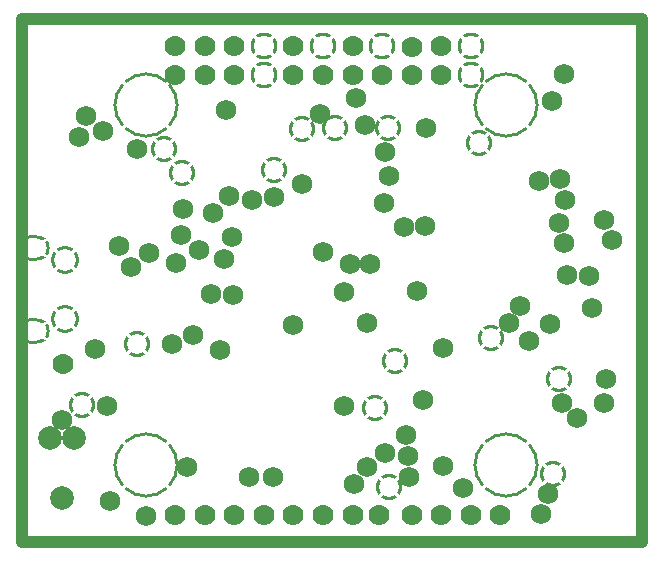
<source format=gbr>
%TF.GenerationSoftware,Altium Limited,Altium Designer,23.4.1 (23)*%
G04 Layer_Physical_Order=2*
G04 Layer_Color=32768*
%FSLAX45Y45*%
%MOMM*%
%TF.SameCoordinates,9E7A2767-CAA3-433B-99DA-4D56C25BF89A*%
%TF.FilePolarity,Negative*%
%TF.FileFunction,Copper,L2,Inr,Plane*%
%TF.Part,Single*%
G01*
G75*
%TA.AperFunction,NonConductor*%
%ADD59C,1.01600*%
%TA.AperFunction,ComponentPad*%
G04:AMPARAMS|DCode=60|XSize=2.374mm|YSize=2.374mm|CornerRadius=0mm|HoleSize=0mm|Usage=FLASHONLY|Rotation=0.000|XOffset=0mm|YOffset=0mm|HoleType=Round|Shape=Relief|Width=0.254mm|Gap=0.254mm|Entries=4|*
%AMTHD60*
7,0,0,2.37400,1.86600,0.25400,45*
%
%ADD60THD60*%
%AMTHOVALD61*
21,1,0.70000,2.12400,0,0,0.0*
1,1,2.12400,-0.35000,0.00000*
1,1,2.12400,0.35000,0.00000*
21,0,0.70000,1.61600,0,0,0.0*
1,0,1.61600,-0.35000,0.00000*
1,0,1.61600,0.35000,0.00000*
4,0,4,-0.26020,-0.08980,-1.01114,-0.84075,-1.19075,-0.66114,-0.43980,0.08980,-0.26020,-0.08980,0.0*
4,0,4,0.43980,-0.08980,1.19075,0.66114,1.01114,0.84075,0.26020,0.08980,0.43980,-0.08980,0.0*
4,0,4,-0.43980,-0.08980,-1.19075,0.66114,-1.01114,0.84075,-0.26020,0.08980,-0.43980,-0.08980,0.0*
4,0,4,0.26020,-0.08980,1.01114,-0.84075,1.19075,-0.66114,0.43980,0.08980,0.26020,-0.08980,0.0*
%
%ADD61THOVALD61*%

%TA.AperFunction,ViaPad*%
%ADD62C,2.00701*%
%TA.AperFunction,ComponentPad*%
%ADD63C,1.76600*%
%TA.AperFunction,ViaPad*%
G04:AMPARAMS|DCode=64|XSize=5.524mm|YSize=5.524mm|CornerRadius=0mm|HoleSize=0mm|Usage=FLASHONLY|Rotation=0.000|XOffset=0mm|YOffset=0mm|HoleType=Round|Shape=Relief|Width=0.254mm|Gap=0.254mm|Entries=4|*
%AMTHD64*
7,0,0,5.52400,5.01600,0.25400,45*
%
%ADD64THD64*%
G04:AMPARAMS|DCode=65|XSize=2.286mm|YSize=2.286mm|CornerRadius=0mm|HoleSize=0mm|Usage=FLASHONLY|Rotation=0.000|XOffset=0mm|YOffset=0mm|HoleType=Round|Shape=Relief|Width=0.254mm|Gap=0.254mm|Entries=4|*
%AMTHD65*
7,0,0,2.28600,1.77800,0.25400,45*
%
%ADD65THD65*%
%ADD66C,1.77800*%
G04:AMPARAMS|DCode=67|XSize=2.2352mm|YSize=2.2352mm|CornerRadius=0mm|HoleSize=0mm|Usage=FLASHONLY|Rotation=0.000|XOffset=0mm|YOffset=0mm|HoleType=Round|Shape=Relief|Width=0.254mm|Gap=0.254mm|Entries=4|*
%AMTHD67*
7,0,0,2.23520,1.72720,0.25400,45*
%
%ADD67THD67*%
%ADD68C,1.72720*%
D59*
X50000Y50000D02*
Y4475000D01*
X5300000D01*
Y50000D02*
Y4475000D01*
X50000Y50000D02*
X5300000D01*
D60*
X414401Y1934399D02*
D03*
Y2434398D02*
D03*
D61*
X144399Y1834399D02*
D03*
Y2534398D02*
D03*
D62*
X490220Y924560D02*
D03*
X388620Y416560D02*
D03*
X287020Y924560D02*
D03*
D63*
X399996Y1550000D02*
D03*
D64*
X1100001Y699998D02*
D03*
X4150003Y3750000D02*
D03*
Y699998D02*
D03*
X1100001Y3750000D02*
D03*
D65*
X3850000Y4250000D02*
D03*
X3849998Y4000002D02*
D03*
X3099997Y4249994D02*
D03*
X2599998D02*
D03*
X2099999Y4000002D02*
D03*
Y4249994D02*
D03*
D66*
X3600001Y4000002D02*
D03*
X3599996Y4249999D02*
D03*
X3349994Y4240799D02*
D03*
X3349999Y4000002D02*
D03*
X3100002D02*
D03*
X2850000Y4249994D02*
D03*
Y4000002D02*
D03*
X2599998D02*
D03*
X2349996Y4249999D02*
D03*
X1849997D02*
D03*
X1850002Y4000002D02*
D03*
X1600000D02*
D03*
Y4249994D02*
D03*
X1349998Y4249999D02*
D03*
Y3999997D02*
D03*
X4100000Y275000D02*
D03*
X3850000D02*
D03*
X3600000D02*
D03*
X3349999Y275000D02*
D03*
X3074998D02*
D03*
X2850000D02*
D03*
X2600003D02*
D03*
X2350001D02*
D03*
X1850002D02*
D03*
X1600000D02*
D03*
X1350003D02*
D03*
X2350001Y4000002D02*
D03*
X2099999Y275000D02*
D03*
D67*
X2425700Y3543300D02*
D03*
X2183742Y3195142D02*
D03*
X2700000Y3550000D02*
D03*
X3150000D02*
D03*
X4549820Y626565D02*
D03*
X1403600Y3174870D02*
D03*
X3156401Y516152D02*
D03*
X3042671Y1185097D02*
D03*
X3209860Y1577740D02*
D03*
X4018901Y1775000D02*
D03*
X1250000Y3375000D02*
D03*
X3925000Y3425000D02*
D03*
X1025002Y1724998D02*
D03*
X559569Y1206206D02*
D03*
X4600000Y1425000D02*
D03*
D68*
X2573800Y3674107D02*
D03*
X2000555Y2946218D02*
D03*
X2183489Y2966241D02*
D03*
X2424712Y3078600D02*
D03*
X2882900Y3810000D02*
D03*
X596900Y3657600D02*
D03*
X1775501Y3701157D02*
D03*
X1762240Y2441396D02*
D03*
X1828841Y2630433D02*
D03*
X1351665Y2410178D02*
D03*
X3784600Y508000D02*
D03*
X736600Y3530600D02*
D03*
X533400Y3479800D02*
D03*
X1104900Y266700D02*
D03*
X393700Y1079500D02*
D03*
X4425000Y3100000D02*
D03*
X4610166Y3118962D02*
D03*
X1400000Y2650000D02*
D03*
X2959333Y3578599D02*
D03*
X1444560Y680387D02*
D03*
X1130968Y2494597D02*
D03*
X3155751Y3146167D02*
D03*
X1650796Y2149638D02*
D03*
X3317800Y774884D02*
D03*
X3397430Y2176178D02*
D03*
X2781779Y2159606D02*
D03*
X2858894Y538404D02*
D03*
X2972601Y679739D02*
D03*
X4346102Y1748944D02*
D03*
X3445527Y1250000D02*
D03*
X4271400Y2049011D02*
D03*
X3300000Y951070D02*
D03*
X4665941Y2309832D02*
D03*
X1835015Y2136364D02*
D03*
X3463714Y2725560D02*
D03*
X2976438Y1902389D02*
D03*
X4506695Y454899D02*
D03*
X4875000Y2025000D02*
D03*
X1418345Y2868345D02*
D03*
X3117175Y2918367D02*
D03*
X1500000Y1800000D02*
D03*
X1325000Y1725000D02*
D03*
X794586Y394586D02*
D03*
X4539641Y3781488D02*
D03*
X4639081Y4010786D02*
D03*
X4445295Y287069D02*
D03*
X2781401Y1196097D02*
D03*
X3619504Y1687417D02*
D03*
X4175000Y1900000D02*
D03*
X767245Y1201051D02*
D03*
X1725000Y1675000D02*
D03*
X3618165Y693165D02*
D03*
X3125000Y800000D02*
D03*
X3324247Y598002D02*
D03*
X1669937Y2832598D02*
D03*
X1807755Y2977404D02*
D03*
X1552407Y2519770D02*
D03*
X875000Y2550000D02*
D03*
X2600000Y2500000D02*
D03*
X3001991Y2398274D02*
D03*
X2825000Y2400000D02*
D03*
X3125000Y3350000D02*
D03*
X3475000Y3550000D02*
D03*
X4521500Y1896428D02*
D03*
X3286386Y2709923D02*
D03*
X2349907Y1880690D02*
D03*
X672254Y1676964D02*
D03*
X4850000Y2300000D02*
D03*
X4638602Y2577974D02*
D03*
X4600155Y2750748D02*
D03*
X5050000Y2600000D02*
D03*
X4648732Y2946214D02*
D03*
X4975000Y2775000D02*
D03*
X4624842Y1225158D02*
D03*
X975000Y2375000D02*
D03*
X4750000Y1100000D02*
D03*
X4975000Y1225000D02*
D03*
X5000000Y1425000D02*
D03*
X1025000Y3375000D02*
D03*
X2175000Y600000D02*
D03*
X1975000D02*
D03*
%TF.MD5,0e61fe468c1d7cc41ab2e99280dfe08b*%
M02*

</source>
